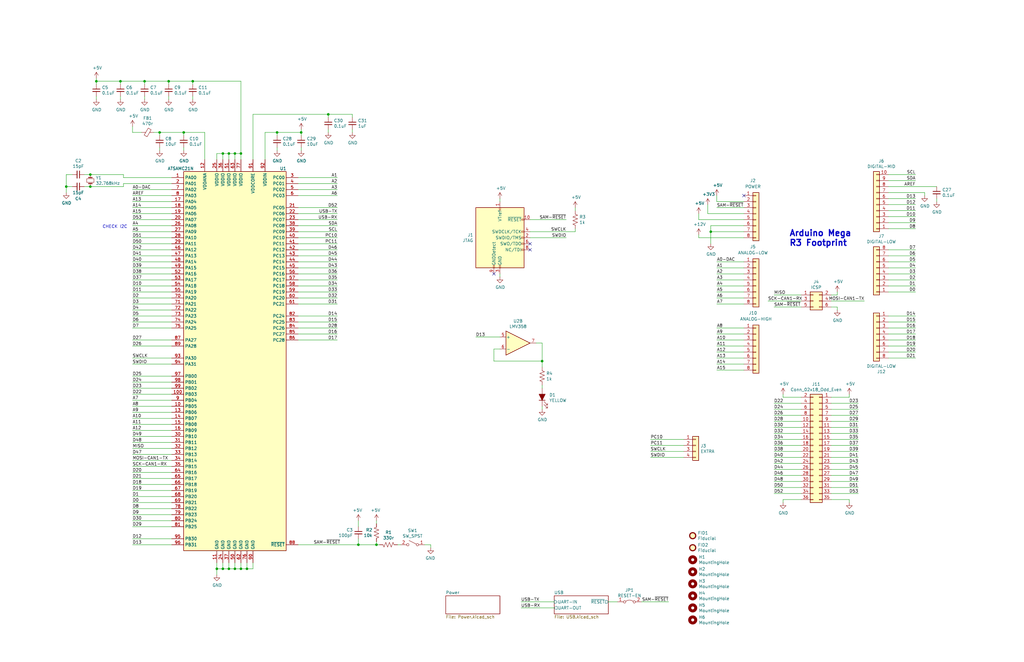
<source format=kicad_sch>
(kicad_sch (version 20210406) (generator eeschema)
  (paper "B")
  (title_block (date "2020-07-24") (rev "1.0.0") (company "FortyTwo Labs"))
  (junction (at 27.94 78.74) (diameter 0.9144))
  (junction (at 38.1 73.66) (diameter 0.9144))
  (junction (at 38.1 78.74) (diameter 0.9144))
  (junction (at 40.64 34.29) (diameter 0.9144))
  (junction (at 50.8 34.29) (diameter 0.9144))
  (junction (at 60.96 34.29) (diameter 0.9144))
  (junction (at 67.31 55.88) (diameter 0.9144))
  (junction (at 71.12 34.29) (diameter 0.9144))
  (junction (at 77.47 55.88) (diameter 0.9144))
  (junction (at 81.28 34.29) (diameter 0.9144))
  (junction (at 91.44 240.03) (diameter 0.9144))
  (junction (at 93.98 64.77) (diameter 0.9144))
  (junction (at 93.98 240.03) (diameter 0.9144))
  (junction (at 96.52 64.77) (diameter 0.9144))
  (junction (at 96.52 240.03) (diameter 0.9144))
  (junction (at 99.06 64.77) (diameter 0.9144))
  (junction (at 99.06 240.03) (diameter 0.9144))
  (junction (at 101.6 64.77) (diameter 0.9144))
  (junction (at 101.6 240.03) (diameter 0.9144))
  (junction (at 104.14 240.03) (diameter 0.9144))
  (junction (at 116.84 55.88) (diameter 0.9144))
  (junction (at 127 55.88) (diameter 0.9144))
  (junction (at 138.43 48.26) (diameter 0.9144))
  (junction (at 151.13 229.87) (diameter 0.9144))
  (junction (at 158.75 229.87) (diameter 0.9144))
  (junction (at 228.6 152.4) (diameter 0.9144))
  (junction (at 299.72 97.79) (diameter 0.9144))
  (no_connect (at 208.28 115.57))
  (no_connect (at 223.52 102.87))
  (no_connect (at 223.52 105.41))
  (no_connect (at 313.69 82.55))
  (wire (pts (xy 27.94 73.66) (xy 27.94 78.74)))
  (wire (pts (xy 27.94 78.74) (xy 27.94 81.28)))
  (wire (pts (xy 27.94 78.74) (xy 30.48 78.74)))
  (wire (pts (xy 30.48 73.66) (xy 27.94 73.66)))
  (wire (pts (xy 38.1 73.66) (xy 35.56 73.66)))
  (wire (pts (xy 38.1 73.66) (xy 52.07 73.66)))
  (wire (pts (xy 38.1 78.74) (xy 35.56 78.74)))
  (wire (pts (xy 38.1 78.74) (xy 52.07 78.74)))
  (wire (pts (xy 40.64 33.02) (xy 40.64 34.29)))
  (wire (pts (xy 40.64 34.29) (xy 40.64 35.56)))
  (wire (pts (xy 40.64 34.29) (xy 50.8 34.29)))
  (wire (pts (xy 40.64 41.91) (xy 40.64 40.64)))
  (wire (pts (xy 50.8 34.29) (xy 50.8 35.56)))
  (wire (pts (xy 50.8 41.91) (xy 50.8 40.64)))
  (wire (pts (xy 52.07 74.93) (xy 52.07 73.66)))
  (wire (pts (xy 52.07 77.47) (xy 52.07 78.74)))
  (wire (pts (xy 55.88 55.88) (xy 55.88 53.34)))
  (wire (pts (xy 59.69 55.88) (xy 55.88 55.88)))
  (wire (pts (xy 60.96 34.29) (xy 50.8 34.29)))
  (wire (pts (xy 60.96 34.29) (xy 60.96 35.56)))
  (wire (pts (xy 60.96 41.91) (xy 60.96 40.64)))
  (wire (pts (xy 64.77 55.88) (xy 67.31 55.88)))
  (wire (pts (xy 67.31 57.15) (xy 67.31 55.88)))
  (wire (pts (xy 67.31 63.5) (xy 67.31 62.23)))
  (wire (pts (xy 71.12 34.29) (xy 60.96 34.29)))
  (wire (pts (xy 71.12 34.29) (xy 81.28 34.29)))
  (wire (pts (xy 71.12 35.56) (xy 71.12 34.29)))
  (wire (pts (xy 71.12 41.91) (xy 71.12 40.64)))
  (wire (pts (xy 72.39 74.93) (xy 52.07 74.93)))
  (wire (pts (xy 72.39 77.47) (xy 52.07 77.47)))
  (wire (pts (xy 72.39 80.01) (xy 55.88 80.01)))
  (wire (pts (xy 72.39 82.55) (xy 55.88 82.55)))
  (wire (pts (xy 72.39 85.09) (xy 55.88 85.09)))
  (wire (pts (xy 72.39 87.63) (xy 55.88 87.63)))
  (wire (pts (xy 72.39 90.17) (xy 55.88 90.17)))
  (wire (pts (xy 72.39 92.71) (xy 55.88 92.71)))
  (wire (pts (xy 72.39 95.25) (xy 55.88 95.25)))
  (wire (pts (xy 72.39 97.79) (xy 55.88 97.79)))
  (wire (pts (xy 72.39 100.33) (xy 55.88 100.33)))
  (wire (pts (xy 72.39 102.87) (xy 55.88 102.87)))
  (wire (pts (xy 72.39 105.41) (xy 55.88 105.41)))
  (wire (pts (xy 72.39 107.95) (xy 55.88 107.95)))
  (wire (pts (xy 72.39 110.49) (xy 55.88 110.49)))
  (wire (pts (xy 72.39 113.03) (xy 55.88 113.03)))
  (wire (pts (xy 72.39 115.57) (xy 55.88 115.57)))
  (wire (pts (xy 72.39 118.11) (xy 55.88 118.11)))
  (wire (pts (xy 72.39 120.65) (xy 55.88 120.65)))
  (wire (pts (xy 72.39 123.19) (xy 55.88 123.19)))
  (wire (pts (xy 72.39 125.73) (xy 55.88 125.73)))
  (wire (pts (xy 72.39 128.27) (xy 55.88 128.27)))
  (wire (pts (xy 72.39 130.81) (xy 55.88 130.81)))
  (wire (pts (xy 72.39 133.35) (xy 55.88 133.35)))
  (wire (pts (xy 72.39 135.89) (xy 55.88 135.89)))
  (wire (pts (xy 72.39 138.43) (xy 55.88 138.43)))
  (wire (pts (xy 72.39 143.51) (xy 55.88 143.51)))
  (wire (pts (xy 72.39 146.05) (xy 55.88 146.05)))
  (wire (pts (xy 72.39 151.13) (xy 55.88 151.13)))
  (wire (pts (xy 72.39 153.67) (xy 55.88 153.67)))
  (wire (pts (xy 72.39 158.75) (xy 55.88 158.75)))
  (wire (pts (xy 72.39 161.29) (xy 55.88 161.29)))
  (wire (pts (xy 72.39 163.83) (xy 55.88 163.83)))
  (wire (pts (xy 72.39 166.37) (xy 55.88 166.37)))
  (wire (pts (xy 72.39 168.91) (xy 55.88 168.91)))
  (wire (pts (xy 72.39 171.45) (xy 55.88 171.45)))
  (wire (pts (xy 72.39 173.99) (xy 55.88 173.99)))
  (wire (pts (xy 72.39 176.53) (xy 55.88 176.53)))
  (wire (pts (xy 72.39 179.07) (xy 55.88 179.07)))
  (wire (pts (xy 72.39 181.61) (xy 55.88 181.61)))
  (wire (pts (xy 72.39 184.15) (xy 55.88 184.15)))
  (wire (pts (xy 72.39 186.69) (xy 55.88 186.69)))
  (wire (pts (xy 72.39 189.23) (xy 55.88 189.23)))
  (wire (pts (xy 72.39 191.77) (xy 55.88 191.77)))
  (wire (pts (xy 72.39 194.31) (xy 55.88 194.31)))
  (wire (pts (xy 72.39 196.85) (xy 55.88 196.85)))
  (wire (pts (xy 72.39 199.39) (xy 55.88 199.39)))
  (wire (pts (xy 72.39 201.93) (xy 55.88 201.93)))
  (wire (pts (xy 72.39 204.47) (xy 55.88 204.47)))
  (wire (pts (xy 72.39 207.01) (xy 55.88 207.01)))
  (wire (pts (xy 72.39 209.55) (xy 55.88 209.55)))
  (wire (pts (xy 72.39 212.09) (xy 55.88 212.09)))
  (wire (pts (xy 72.39 214.63) (xy 55.88 214.63)))
  (wire (pts (xy 72.39 217.17) (xy 55.88 217.17)))
  (wire (pts (xy 72.39 219.71) (xy 55.88 219.71)))
  (wire (pts (xy 72.39 222.25) (xy 55.88 222.25)))
  (wire (pts (xy 72.39 227.33) (xy 55.88 227.33)))
  (wire (pts (xy 72.39 229.87) (xy 55.88 229.87)))
  (wire (pts (xy 77.47 55.88) (xy 67.31 55.88)))
  (wire (pts (xy 77.47 57.15) (xy 77.47 55.88)))
  (wire (pts (xy 77.47 63.5) (xy 77.47 62.23)))
  (wire (pts (xy 81.28 34.29) (xy 101.6 34.29)))
  (wire (pts (xy 81.28 35.56) (xy 81.28 34.29)))
  (wire (pts (xy 81.28 40.64) (xy 81.28 41.91)))
  (wire (pts (xy 86.36 55.88) (xy 77.47 55.88)))
  (wire (pts (xy 86.36 67.31) (xy 86.36 55.88)))
  (wire (pts (xy 91.44 64.77) (xy 91.44 67.31)))
  (wire (pts (xy 91.44 237.49) (xy 91.44 240.03)))
  (wire (pts (xy 91.44 240.03) (xy 91.44 242.57)))
  (wire (pts (xy 91.44 240.03) (xy 93.98 240.03)))
  (wire (pts (xy 93.98 64.77) (xy 91.44 64.77)))
  (wire (pts (xy 93.98 67.31) (xy 93.98 64.77)))
  (wire (pts (xy 93.98 240.03) (xy 93.98 237.49)))
  (wire (pts (xy 93.98 240.03) (xy 96.52 240.03)))
  (wire (pts (xy 96.52 64.77) (xy 93.98 64.77)))
  (wire (pts (xy 96.52 67.31) (xy 96.52 64.77)))
  (wire (pts (xy 96.52 240.03) (xy 96.52 237.49)))
  (wire (pts (xy 96.52 240.03) (xy 99.06 240.03)))
  (wire (pts (xy 99.06 64.77) (xy 96.52 64.77)))
  (wire (pts (xy 99.06 67.31) (xy 99.06 64.77)))
  (wire (pts (xy 99.06 240.03) (xy 99.06 237.49)))
  (wire (pts (xy 99.06 240.03) (xy 101.6 240.03)))
  (wire (pts (xy 101.6 64.77) (xy 99.06 64.77)))
  (wire (pts (xy 101.6 64.77) (xy 101.6 34.29)))
  (wire (pts (xy 101.6 67.31) (xy 101.6 64.77)))
  (wire (pts (xy 101.6 240.03) (xy 101.6 237.49)))
  (wire (pts (xy 101.6 240.03) (xy 104.14 240.03)))
  (wire (pts (xy 104.14 240.03) (xy 104.14 237.49)))
  (wire (pts (xy 104.14 240.03) (xy 106.68 240.03)))
  (wire (pts (xy 106.68 48.26) (xy 138.43 48.26)))
  (wire (pts (xy 106.68 67.31) (xy 106.68 48.26)))
  (wire (pts (xy 106.68 240.03) (xy 106.68 237.49)))
  (wire (pts (xy 111.76 55.88) (xy 116.84 55.88)))
  (wire (pts (xy 111.76 67.31) (xy 111.76 55.88)))
  (wire (pts (xy 116.84 55.88) (xy 127 55.88)))
  (wire (pts (xy 116.84 57.15) (xy 116.84 55.88)))
  (wire (pts (xy 116.84 62.23) (xy 116.84 63.5)))
  (wire (pts (xy 127 54.61) (xy 127 55.88)))
  (wire (pts (xy 127 57.15) (xy 127 55.88)))
  (wire (pts (xy 127 62.23) (xy 127 63.5)))
  (wire (pts (xy 138.43 48.26) (xy 148.59 48.26)))
  (wire (pts (xy 138.43 49.53) (xy 138.43 48.26)))
  (wire (pts (xy 138.43 54.61) (xy 138.43 55.88)))
  (wire (pts (xy 142.24 74.93) (xy 125.73 74.93)))
  (wire (pts (xy 142.24 77.47) (xy 125.73 77.47)))
  (wire (pts (xy 142.24 80.01) (xy 125.73 80.01)))
  (wire (pts (xy 142.24 82.55) (xy 125.73 82.55)))
  (wire (pts (xy 142.24 87.63) (xy 125.73 87.63)))
  (wire (pts (xy 142.24 90.17) (xy 125.73 90.17)))
  (wire (pts (xy 142.24 92.71) (xy 125.73 92.71)))
  (wire (pts (xy 142.24 95.25) (xy 125.73 95.25)))
  (wire (pts (xy 142.24 97.79) (xy 125.73 97.79)))
  (wire (pts (xy 142.24 100.33) (xy 125.73 100.33)))
  (wire (pts (xy 142.24 102.87) (xy 125.73 102.87)))
  (wire (pts (xy 142.24 105.41) (xy 125.73 105.41)))
  (wire (pts (xy 142.24 107.95) (xy 125.73 107.95)))
  (wire (pts (xy 142.24 110.49) (xy 125.73 110.49)))
  (wire (pts (xy 142.24 113.03) (xy 125.73 113.03)))
  (wire (pts (xy 142.24 115.57) (xy 125.73 115.57)))
  (wire (pts (xy 142.24 118.11) (xy 125.73 118.11)))
  (wire (pts (xy 142.24 120.65) (xy 125.73 120.65)))
  (wire (pts (xy 142.24 123.19) (xy 125.73 123.19)))
  (wire (pts (xy 142.24 125.73) (xy 125.73 125.73)))
  (wire (pts (xy 142.24 128.27) (xy 125.73 128.27)))
  (wire (pts (xy 142.24 133.35) (xy 125.73 133.35)))
  (wire (pts (xy 142.24 135.89) (xy 125.73 135.89)))
  (wire (pts (xy 142.24 138.43) (xy 125.73 138.43)))
  (wire (pts (xy 142.24 140.97) (xy 125.73 140.97)))
  (wire (pts (xy 142.24 143.51) (xy 125.73 143.51)))
  (wire (pts (xy 148.59 49.53) (xy 148.59 48.26)))
  (wire (pts (xy 148.59 54.61) (xy 148.59 55.88)))
  (wire (pts (xy 151.13 222.25) (xy 151.13 219.71)))
  (wire (pts (xy 151.13 227.33) (xy 151.13 229.87)))
  (wire (pts (xy 151.13 229.87) (xy 125.73 229.87)))
  (wire (pts (xy 158.75 220.98) (xy 158.75 219.71)))
  (wire (pts (xy 158.75 228.6) (xy 158.75 229.87)))
  (wire (pts (xy 158.75 229.87) (xy 151.13 229.87)))
  (wire (pts (xy 160.02 229.87) (xy 158.75 229.87)))
  (wire (pts (xy 168.91 229.87) (xy 167.64 229.87)))
  (wire (pts (xy 179.07 229.87) (xy 181.61 229.87)))
  (wire (pts (xy 181.61 229.87) (xy 181.61 231.14)))
  (wire (pts (xy 200.66 142.24) (xy 210.82 142.24)))
  (wire (pts (xy 208.28 147.32) (xy 208.28 152.4)))
  (wire (pts (xy 208.28 152.4) (xy 228.6 152.4)))
  (wire (pts (xy 210.82 85.09) (xy 210.82 83.82)))
  (wire (pts (xy 210.82 115.57) (xy 210.82 116.84)))
  (wire (pts (xy 210.82 147.32) (xy 208.28 147.32)))
  (wire (pts (xy 219.71 256.54) (xy 233.68 256.54)))
  (wire (pts (xy 223.52 92.71) (xy 238.76 92.71)))
  (wire (pts (xy 223.52 97.79) (xy 242.57 97.79)))
  (wire (pts (xy 223.52 100.33) (xy 238.76 100.33)))
  (wire (pts (xy 228.6 144.78) (xy 226.06 144.78)))
  (wire (pts (xy 228.6 152.4) (xy 228.6 144.78)))
  (wire (pts (xy 228.6 152.4) (xy 228.6 154.94)))
  (wire (pts (xy 228.6 163.83) (xy 228.6 162.56)))
  (wire (pts (xy 228.6 172.72) (xy 228.6 171.45)))
  (wire (pts (xy 233.68 254) (xy 219.71 254)))
  (wire (pts (xy 242.57 88.9) (xy 242.57 87.63)))
  (wire (pts (xy 242.57 97.79) (xy 242.57 96.52)))
  (wire (pts (xy 260.35 254) (xy 256.54 254)))
  (wire (pts (xy 270.51 254) (xy 281.94 254)))
  (wire (pts (xy 274.32 185.42) (xy 288.29 185.42)))
  (wire (pts (xy 274.32 187.96) (xy 288.29 187.96)))
  (wire (pts (xy 274.32 190.5) (xy 288.29 190.5)))
  (wire (pts (xy 274.32 193.04) (xy 288.29 193.04)))
  (wire (pts (xy 294.64 92.71) (xy 294.64 90.17)))
  (wire (pts (xy 294.64 92.71) (xy 313.69 92.71)))
  (wire (pts (xy 294.64 100.33) (xy 294.64 99.06)))
  (wire (pts (xy 298.45 86.36) (xy 298.45 90.17)))
  (wire (pts (xy 298.45 90.17) (xy 313.69 90.17)))
  (wire (pts (xy 299.72 95.25) (xy 299.72 97.79)))
  (wire (pts (xy 299.72 97.79) (xy 299.72 102.87)))
  (wire (pts (xy 302.26 85.09) (xy 302.26 82.55)))
  (wire (pts (xy 302.26 85.09) (xy 313.69 85.09)))
  (wire (pts (xy 302.26 128.27) (xy 313.69 128.27)))
  (wire (pts (xy 302.26 156.21) (xy 313.69 156.21)))
  (wire (pts (xy 313.69 87.63) (xy 302.26 87.63)))
  (wire (pts (xy 313.69 95.25) (xy 299.72 95.25)))
  (wire (pts (xy 313.69 97.79) (xy 299.72 97.79)))
  (wire (pts (xy 313.69 100.33) (xy 294.64 100.33)))
  (wire (pts (xy 313.69 110.49) (xy 302.26 110.49)))
  (wire (pts (xy 313.69 113.03) (xy 302.26 113.03)))
  (wire (pts (xy 313.69 115.57) (xy 302.26 115.57)))
  (wire (pts (xy 313.69 118.11) (xy 302.26 118.11)))
  (wire (pts (xy 313.69 120.65) (xy 302.26 120.65)))
  (wire (pts (xy 313.69 123.19) (xy 302.26 123.19)))
  (wire (pts (xy 313.69 125.73) (xy 302.26 125.73)))
  (wire (pts (xy 313.69 138.43) (xy 302.26 138.43)))
  (wire (pts (xy 313.69 140.97) (xy 302.26 140.97)))
  (wire (pts (xy 313.69 143.51) (xy 302.26 143.51)))
  (wire (pts (xy 313.69 146.05) (xy 302.26 146.05)))
  (wire (pts (xy 313.69 148.59) (xy 302.26 148.59)))
  (wire (pts (xy 313.69 151.13) (xy 302.26 151.13)))
  (wire (pts (xy 313.69 153.67) (xy 302.26 153.67)))
  (wire (pts (xy 323.85 127) (xy 337.82 127)))
  (wire (pts (xy 326.39 124.46) (xy 337.82 124.46)))
  (wire (pts (xy 326.39 129.54) (xy 337.82 129.54)))
  (wire (pts (xy 326.39 187.96) (xy 337.82 187.96)))
  (wire (pts (xy 326.39 208.28) (xy 337.82 208.28)))
  (wire (pts (xy 330.2 167.64) (xy 330.2 166.37)))
  (wire (pts (xy 330.2 210.82) (xy 330.2 212.09)))
  (wire (pts (xy 337.82 167.64) (xy 330.2 167.64)))
  (wire (pts (xy 337.82 170.18) (xy 326.39 170.18)))
  (wire (pts (xy 337.82 172.72) (xy 326.39 172.72)))
  (wire (pts (xy 337.82 175.26) (xy 326.39 175.26)))
  (wire (pts (xy 337.82 177.8) (xy 326.39 177.8)))
  (wire (pts (xy 337.82 180.34) (xy 326.39 180.34)))
  (wire (pts (xy 337.82 182.88) (xy 326.39 182.88)))
  (wire (pts (xy 337.82 185.42) (xy 326.39 185.42)))
  (wire (pts (xy 337.82 190.5) (xy 326.39 190.5)))
  (wire (pts (xy 337.82 193.04) (xy 326.39 193.04)))
  (wire (pts (xy 337.82 195.58) (xy 326.39 195.58)))
  (wire (pts (xy 337.82 198.12) (xy 326.39 198.12)))
  (wire (pts (xy 337.82 200.66) (xy 326.39 200.66)))
  (wire (pts (xy 337.82 203.2) (xy 326.39 203.2)))
  (wire (pts (xy 337.82 205.74) (xy 326.39 205.74)))
  (wire (pts (xy 337.82 210.82) (xy 330.2 210.82)))
  (wire (pts (xy 350.52 124.46) (xy 353.06 124.46)))
  (wire (pts (xy 350.52 127) (xy 364.49 127)))
  (wire (pts (xy 350.52 129.54) (xy 353.06 129.54)))
  (wire (pts (xy 350.52 167.64) (xy 358.14 167.64)))
  (wire (pts (xy 350.52 210.82) (xy 358.14 210.82)))
  (wire (pts (xy 353.06 124.46) (xy 353.06 123.19)))
  (wire (pts (xy 353.06 129.54) (xy 353.06 130.81)))
  (wire (pts (xy 358.14 167.64) (xy 358.14 166.37)))
  (wire (pts (xy 358.14 210.82) (xy 358.14 212.09)))
  (wire (pts (xy 361.95 170.18) (xy 350.52 170.18)))
  (wire (pts (xy 361.95 172.72) (xy 350.52 172.72)))
  (wire (pts (xy 361.95 175.26) (xy 350.52 175.26)))
  (wire (pts (xy 361.95 177.8) (xy 350.52 177.8)))
  (wire (pts (xy 361.95 180.34) (xy 350.52 180.34)))
  (wire (pts (xy 361.95 182.88) (xy 350.52 182.88)))
  (wire (pts (xy 361.95 185.42) (xy 350.52 185.42)))
  (wire (pts (xy 361.95 187.96) (xy 350.52 187.96)))
  (wire (pts (xy 361.95 190.5) (xy 350.52 190.5)))
  (wire (pts (xy 361.95 193.04) (xy 350.52 193.04)))
  (wire (pts (xy 361.95 195.58) (xy 350.52 195.58)))
  (wire (pts (xy 361.95 198.12) (xy 350.52 198.12)))
  (wire (pts (xy 361.95 200.66) (xy 350.52 200.66)))
  (wire (pts (xy 361.95 203.2) (xy 350.52 203.2)))
  (wire (pts (xy 361.95 205.74) (xy 350.52 205.74)))
  (wire (pts (xy 361.95 208.28) (xy 350.52 208.28)))
  (wire (pts (xy 374.65 78.74) (xy 394.97 78.74)))
  (wire (pts (xy 374.65 81.28) (xy 389.89 81.28)))
  (wire (pts (xy 386.08 73.66) (xy 374.65 73.66)))
  (wire (pts (xy 386.08 76.2) (xy 374.65 76.2)))
  (wire (pts (xy 386.08 83.82) (xy 374.65 83.82)))
  (wire (pts (xy 386.08 86.36) (xy 374.65 86.36)))
  (wire (pts (xy 386.08 88.9) (xy 374.65 88.9)))
  (wire (pts (xy 386.08 91.44) (xy 374.65 91.44)))
  (wire (pts (xy 386.08 93.98) (xy 374.65 93.98)))
  (wire (pts (xy 386.08 96.52) (xy 374.65 96.52)))
  (wire (pts (xy 386.08 105.41) (xy 374.65 105.41)))
  (wire (pts (xy 386.08 107.95) (xy 374.65 107.95)))
  (wire (pts (xy 386.08 110.49) (xy 374.65 110.49)))
  (wire (pts (xy 386.08 113.03) (xy 374.65 113.03)))
  (wire (pts (xy 386.08 115.57) (xy 374.65 115.57)))
  (wire (pts (xy 386.08 118.11) (xy 374.65 118.11)))
  (wire (pts (xy 386.08 120.65) (xy 374.65 120.65)))
  (wire (pts (xy 386.08 123.19) (xy 374.65 123.19)))
  (wire (pts (xy 386.08 133.35) (xy 374.65 133.35)))
  (wire (pts (xy 386.08 135.89) (xy 374.65 135.89)))
  (wire (pts (xy 386.08 138.43) (xy 374.65 138.43)))
  (wire (pts (xy 386.08 140.97) (xy 374.65 140.97)))
  (wire (pts (xy 386.08 143.51) (xy 374.65 143.51)))
  (wire (pts (xy 386.08 146.05) (xy 374.65 146.05)))
  (wire (pts (xy 386.08 148.59) (xy 374.65 148.59)))
  (wire (pts (xy 386.08 151.13) (xy 374.65 151.13)))
  (wire (pts (xy 389.89 81.28) (xy 389.89 82.55)))
  (wire (pts (xy 394.97 83.82) (xy 394.97 85.09)))
  (text "CHECK I2C" (at 43.18 96.52 0) (effects (font (size 1.27 1.27)) (justify left bottom)))
  (text "Arduino Mega \nR3 Footprint" (at 332.74 104.14 0) (effects (font (size 2.54 2.54) (thickness 0.508) bold) (justify left bottom)))
  (label "A0-DAC" (at 55.88 80.01 0))
  (label "AREF" (at 55.88 82.55 0))
  (label "A13" (at 55.88 85.09 0))
  (label "A14" (at 55.88 87.63 0))
  (label "A15" (at 55.88 90.17 0))
  (label "D53" (at 55.88 92.71 0))
  (label "A4" (at 55.88 95.25 0))
  (label "A5" (at 55.88 97.79 0))
  (label "D51" (at 55.88 100.33 0))
  (label "D50" (at 55.88 102.87 0))
  (label "D42" (at 55.88 105.41 0))
  (label "D41" (at 55.88 107.95 0))
  (label "D40" (at 55.88 110.49 0))
  (label "D39" (at 55.88 113.03 0))
  (label "D38" (at 55.88 115.57 0))
  (label "D37" (at 55.88 118.11 0))
  (label "D10" (at 55.88 120.65 0))
  (label "D11" (at 55.88 123.19 0))
  (label "D2" (at 55.88 125.73 0))
  (label "D3" (at 55.88 128.27 0))
  (label "D4" (at 55.88 130.81 0))
  (label "D5" (at 55.88 133.35 0))
  (label "D6" (at 55.88 135.89 0))
  (label "D7" (at 55.88 138.43 0))
  (label "D27" (at 55.88 143.51 0))
  (label "D26" (at 55.88 146.05 0))
  (label "SWCLK" (at 55.88 151.13 0))
  (label "SWDIO" (at 55.88 153.67 0))
  (label "D25" (at 55.88 158.75 0))
  (label "D24" (at 55.88 161.29 0))
  (label "D23" (at 55.88 163.83 0))
  (label "D22" (at 55.88 166.37 0))
  (label "A7" (at 55.88 168.91 0))
  (label "A8" (at 55.88 171.45 0))
  (label "A9" (at 55.88 173.99 0))
  (label "A10" (at 55.88 176.53 0))
  (label "A11" (at 55.88 179.07 0))
  (label "A12" (at 55.88 181.61 0))
  (label "D49" (at 55.88 184.15 0))
  (label "D48" (at 55.88 186.69 0))
  (label "MISO" (at 55.88 189.23 0))
  (label "D47" (at 55.88 191.77 0))
  (label "MOSI-CAN1-TX" (at 55.88 194.31 0))
  (label "SCK-CAN1-RX" (at 55.88 196.85 0))
  (label "D20" (at 55.88 199.39 0))
  (label "D21" (at 55.88 201.93 0))
  (label "D18" (at 55.88 204.47 0))
  (label "D19" (at 55.88 207.01 0))
  (label "D1" (at 55.88 209.55 0))
  (label "D0" (at 55.88 212.09 0))
  (label "D8" (at 55.88 214.63 0))
  (label "D9" (at 55.88 217.17 0))
  (label "D30" (at 55.88 219.71 0))
  (label "D29" (at 55.88 222.25 0))
  (label "D12" (at 55.88 227.33 0))
  (label "D13" (at 55.88 229.87 0))
  (label "A1" (at 142.24 74.93 180))
  (label "A2" (at 142.24 77.47 180))
  (label "A3" (at 142.24 80.01 180))
  (label "A6" (at 142.24 82.55 180))
  (label "D52" (at 142.24 87.63 180))
  (label "USB-TX" (at 142.24 90.17 180))
  (label "USB-RX" (at 142.24 92.71 180))
  (label "SDA" (at 142.24 95.25 180))
  (label "SCL" (at 142.24 97.79 180))
  (label "PC10" (at 142.24 100.33 180))
  (label "PC11" (at 142.24 102.87 180))
  (label "D46" (at 142.24 105.41 180))
  (label "D45" (at 142.24 107.95 180))
  (label "D44" (at 142.24 110.49 180))
  (label "D43" (at 142.24 113.03 180))
  (label "D36" (at 142.24 115.57 180))
  (label "D35" (at 142.24 118.11 180))
  (label "D34" (at 142.24 120.65 180))
  (label "D33" (at 142.24 123.19 180))
  (label "D32" (at 142.24 125.73 180))
  (label "D31" (at 142.24 128.27 180))
  (label "D14" (at 142.24 133.35 180))
  (label "D15" (at 142.24 135.89 180))
  (label "D28" (at 142.24 138.43 180))
  (label "D16" (at 142.24 140.97 180))
  (label "D17" (at 142.24 143.51 180))
  (label "SAM-~RESET~" (at 143.51 229.87 180))
  (label "D13" (at 200.66 142.24 0))
  (label "USB-TX" (at 219.71 254 0))
  (label "USB-RX" (at 219.71 256.54 0))
  (label "SAM-~RESET~" (at 238.76 92.71 180))
  (label "SWCLK" (at 238.76 97.79 180))
  (label "SWDIO" (at 238.76 100.33 180))
  (label "PC10" (at 274.32 185.42 0))
  (label "PC11" (at 274.32 187.96 0))
  (label "SWCLK" (at 274.32 190.5 0))
  (label "SWDIO" (at 274.32 193.04 0))
  (label "SAM-~RESET~" (at 281.94 254 180))
  (label "SAM-~RESET~" (at 302.26 87.63 0))
  (label "A0-DAC" (at 302.26 110.49 0))
  (label "A1" (at 302.26 113.03 0))
  (label "A2" (at 302.26 115.57 0))
  (label "A3" (at 302.26 118.11 0))
  (label "A4" (at 302.26 120.65 0))
  (label "A5" (at 302.26 123.19 0))
  (label "A6" (at 302.26 125.73 0))
  (label "A7" (at 302.26 128.27 0))
  (label "A8" (at 302.26 138.43 0))
  (label "A9" (at 302.26 140.97 0))
  (label "A10" (at 302.26 143.51 0))
  (label "A11" (at 302.26 146.05 0))
  (label "A12" (at 302.26 148.59 0))
  (label "A13" (at 302.26 151.13 0))
  (label "A14" (at 302.26 153.67 0))
  (label "A15" (at 302.26 156.21 0))
  (label "SCK-CAN1-RX" (at 323.85 127 0))
  (label "MISO" (at 326.39 124.46 0))
  (label "SAM-~RESET~" (at 326.39 129.54 0))
  (label "D22" (at 326.39 170.18 0))
  (label "D24" (at 326.39 172.72 0))
  (label "D26" (at 326.39 175.26 0))
  (label "D28" (at 326.39 177.8 0))
  (label "D30" (at 326.39 180.34 0))
  (label "D32" (at 326.39 182.88 0))
  (label "D34" (at 326.39 185.42 0))
  (label "D36" (at 326.39 187.96 0))
  (label "D38" (at 326.39 190.5 0))
  (label "D40" (at 326.39 193.04 0))
  (label "D42" (at 326.39 195.58 0))
  (label "D44" (at 326.39 198.12 0))
  (label "D46" (at 326.39 200.66 0))
  (label "D48" (at 326.39 203.2 0))
  (label "D50" (at 326.39 205.74 0))
  (label "D52" (at 326.39 208.28 0))
  (label "D23" (at 361.95 170.18 180))
  (label "D25" (at 361.95 172.72 180))
  (label "D27" (at 361.95 175.26 180))
  (label "D29" (at 361.95 177.8 180))
  (label "D31" (at 361.95 180.34 180))
  (label "D33" (at 361.95 182.88 180))
  (label "D35" (at 361.95 185.42 180))
  (label "D37" (at 361.95 187.96 180))
  (label "D39" (at 361.95 190.5 180))
  (label "D41" (at 361.95 193.04 180))
  (label "D43" (at 361.95 195.58 180))
  (label "D45" (at 361.95 198.12 180))
  (label "D47" (at 361.95 200.66 180))
  (label "D49" (at 361.95 203.2 180))
  (label "D51" (at 361.95 205.74 180))
  (label "D53" (at 361.95 208.28 180))
  (label "MOSI-CAN1-TX" (at 364.49 127 180))
  (label "SCL" (at 386.08 73.66 180))
  (label "SDA" (at 386.08 76.2 180))
  (label "AREF" (at 386.08 78.74 180))
  (label "D13" (at 386.08 83.82 180))
  (label "D12" (at 386.08 86.36 180))
  (label "D11" (at 386.08 88.9 180))
  (label "D10" (at 386.08 91.44 180))
  (label "D9" (at 386.08 93.98 180))
  (label "D8" (at 386.08 96.52 180))
  (label "D7" (at 386.08 105.41 180))
  (label "D6" (at 386.08 107.95 180))
  (label "D5" (at 386.08 110.49 180))
  (label "D4" (at 386.08 113.03 180))
  (label "D3" (at 386.08 115.57 180))
  (label "D2" (at 386.08 118.11 180))
  (label "D1" (at 386.08 120.65 180))
  (label "D0" (at 386.08 123.19 180))
  (label "D14" (at 386.08 133.35 180))
  (label "D15" (at 386.08 135.89 180))
  (label "D16" (at 386.08 138.43 180))
  (label "D17" (at 386.08 140.97 180))
  (label "D18" (at 386.08 143.51 180))
  (label "D19" (at 386.08 146.05 180))
  (label "D20" (at 386.08 148.59 180))
  (label "D21" (at 386.08 151.13 180))
  (symbol (lib_id "power:+5V") (at 40.64 33.02 0) (unit 1)
    (property "Reference" "#PWR?" (effects hide))
    (property "Value" "+5V" (at 41.021 28.6258 0))
  )
  (symbol (lib_id "power:+5V") (at 55.88 53.34 0) (unit 1)
    (property "Reference" "#PWR012" (effects hide))
    (property "Value" "+5V" (at 56.261 48.9458 0))
  )
  (symbol (lib_id "power:+5V") (at 127 54.61 0) (unit 1)
    (property "Reference" "#PWR029" (effects hide))
    (property "Value" "+5V" (at 127.381 50.2158 0))
  )
  (symbol (lib_id "power:+5V") (at 151.13 219.71 0) (mirror y) (unit 1)
    (property "Reference" "#PWR06" (effects hide))
    (property "Value" "+5V" (at 150.749 215.3158 0))
  )
  (symbol (lib_id "power:+5V") (at 158.75 219.71 0) (mirror y) (unit 1)
    (property "Reference" "#PWR05" (effects hide))
    (property "Value" "+5V" (at 158.369 215.3158 0))
  )
  (symbol (lib_id "power:+5V") (at 210.82 83.82 0) (unit 1)
    (property "Reference" "#PWR03" (effects hide))
    (property "Value" "+5V" (at 211.201 79.4258 0))
  )
  (symbol (lib_id "power:+5V") (at 242.57 87.63 0) (unit 1)
    (property "Reference" "#PWR010" (effects hide))
    (property "Value" "+5V" (at 242.951 83.2358 0))
  )
  (symbol (lib_id "power:+5V") (at 294.64 90.17 0) (unit 1)
    (property "Reference" "#PWR021" (effects hide))
    (property "Value" "+5V" (at 295.021 85.7758 0))
  )
  (symbol (lib_id "power:+12V") (at 294.64 99.06 0) (unit 1)
    (property "Reference" "#PWR022" (effects hide))
    (property "Value" "+12V" (at 295.021 94.6658 0))
  )
  (symbol (lib_id "power:+3.3V") (at 298.45 86.36 0) (unit 1)
    (property "Reference" "#PWR023" (effects hide))
    (property "Value" "+3.3V" (at 298.831 81.9658 0))
  )
  (symbol (lib_id "power:+5V") (at 302.26 82.55 0) (unit 1)
    (property "Reference" "#PWR025" (effects hide))
    (property "Value" "+5V" (at 302.641 78.1558 0))
  )
  (symbol (lib_id "power:+5V") (at 330.2 166.37 0) (unit 1)
    (property "Reference" "#PWR061" (effects hide))
    (property "Value" "+5V" (at 330.581 161.9758 0))
  )
  (symbol (lib_id "power:+5V") (at 353.06 123.19 0) (unit 1)
    (property "Reference" "#PWR026" (effects hide))
    (property "Value" "+5V" (at 353.441 118.7958 0))
  )
  (symbol (lib_id "power:+5V") (at 358.14 166.37 0) (unit 1)
    (property "Reference" "#PWR063" (effects hide))
    (property "Value" "+5V" (at 358.521 161.9758 0))
  )
  (symbol (lib_id "power:GND") (at 27.94 81.28 0) (unit 1)
    (property "Reference" "#PWR02" (effects hide))
    (property "Value" "GND" (at 28.067 85.6742 0))
  )
  (symbol (lib_id "power:GND") (at 40.64 41.91 0) (unit 1)
    (property "Reference" "#PWR09" (effects hide))
    (property "Value" "GND" (at 40.767 46.3042 0))
  )
  (symbol (lib_id "power:GND") (at 50.8 41.91 0) (unit 1)
    (property "Reference" "#PWR011" (effects hide))
    (property "Value" "GND" (at 50.927 46.3042 0))
  )
  (symbol (lib_id "power:GND") (at 60.96 41.91 0) (unit 1)
    (property "Reference" "#PWR013" (effects hide))
    (property "Value" "GND" (at 61.087 46.3042 0))
  )
  (symbol (lib_id "power:GND") (at 67.31 63.5 0) (unit 1)
    (property "Reference" "#PWR014" (effects hide))
    (property "Value" "GND" (at 67.437 67.8942 0))
  )
  (symbol (lib_id "power:GND") (at 71.12 41.91 0) (unit 1)
    (property "Reference" "#PWR015" (effects hide))
    (property "Value" "GND" (at 71.247 46.3042 0))
  )
  (symbol (lib_id "power:GND") (at 77.47 63.5 0) (unit 1)
    (property "Reference" "#PWR016" (effects hide))
    (property "Value" "GND" (at 77.597 67.8942 0))
  )
  (symbol (lib_id "power:GND") (at 81.28 41.91 0) (unit 1)
    (property "Reference" "#PWR017" (effects hide))
    (property "Value" "GND" (at 81.407 46.3042 0))
  )
  (symbol (lib_id "power:GND") (at 91.44 242.57 0) (unit 1)
    (property "Reference" "#PWR019" (effects hide))
    (property "Value" "GND" (at 91.567 246.9642 0))
  )
  (symbol (lib_id "power:GND") (at 116.84 63.5 0) (unit 1)
    (property "Reference" "#PWR020" (effects hide))
    (property "Value" "GND" (at 116.967 67.8942 0))
  )
  (symbol (lib_id "power:GND") (at 127 63.5 0) (unit 1)
    (property "Reference" "#PWR030" (effects hide))
    (property "Value" "GND" (at 127.127 67.8942 0))
  )
  (symbol (lib_id "power:GND") (at 138.43 55.88 0) (unit 1)
    (property "Reference" "#PWR059" (effects hide))
    (property "Value" "GND" (at 138.557 60.2742 0))
  )
  (symbol (lib_id "power:GND") (at 148.59 55.88 0) (unit 1)
    (property "Reference" "#PWR060" (effects hide))
    (property "Value" "GND" (at 148.717 60.2742 0))
  )
  (symbol (lib_id "power:GND") (at 181.61 231.14 0) (mirror y) (unit 1)
    (property "Reference" "#PWR01" (effects hide))
    (property "Value" "GND" (at 181.483 235.5342 0))
  )
  (symbol (lib_id "power:GND") (at 210.82 116.84 0) (unit 1)
    (property "Reference" "#PWR04" (effects hide))
    (property "Value" "GND" (at 210.947 121.2342 0))
  )
  (symbol (lib_id "power:GND") (at 228.6 172.72 0) (unit 1)
    (property "Reference" "#PWR028" (effects hide))
    (property "Value" "GND" (at 228.727 177.1142 0))
  )
  (symbol (lib_id "power:GND") (at 299.72 102.87 0) (unit 1)
    (property "Reference" "#PWR024" (effects hide))
    (property "Value" "GND" (at 299.847 107.2642 0))
  )
  (symbol (lib_id "power:GND") (at 330.2 212.09 0) (unit 1)
    (property "Reference" "#PWR062" (effects hide))
    (property "Value" "GND" (at 330.327 216.4842 0))
  )
  (symbol (lib_id "power:GND") (at 353.06 130.81 0) (unit 1)
    (property "Reference" "#PWR027" (effects hide))
    (property "Value" "GND" (at 353.187 135.2042 0))
  )
  (symbol (lib_id "power:GND") (at 358.14 212.09 0) (unit 1)
    (property "Reference" "#PWR064" (effects hide))
    (property "Value" "GND" (at 358.267 216.4842 0))
  )
  (symbol (lib_id "power:GND") (at 389.89 82.55 0) (unit 1)
    (property "Reference" "#PWR031" (effects hide))
    (property "Value" "GND" (at 390.017 86.9442 0))
  )
  (symbol (lib_id "power:GND") (at 394.97 85.09 0) (unit 1)
    (property "Reference" "#PWR058" (effects hide))
    (property "Value" "GND" (at 395.097 89.4842 0))
  )
  (symbol (lib_id "Mechanical:Fiducial") (at 292.1 226.06 0) (unit 1)
    (property "Reference" "FID1" (at 294.259 224.8916 0) (effects (justify left)))
    (property "Value" "Fiducial" (at 294.259 227.203 0) (effects (justify left)))
    (property "Footprint" "Fiducial:Fiducial_0.75mm_Mask1.5mm" (effects hide))
  )
  (symbol (lib_id "Mechanical:Fiducial") (at 292.1 231.14 0) (unit 1)
    (property "Reference" "FID2" (at 294.259 229.9716 0) (effects (justify left)))
    (property "Value" "Fiducial" (at 294.259 232.283 0) (effects (justify left)))
    (property "Footprint" "Fiducial:Fiducial_0.75mm_Mask1.5mm" (effects hide))
  )
  (symbol (lib_id "Jumper:Jumper_2_Bridged") (at 265.43 254 0) (unit 1)
    (property "Reference" "JP1" (at 265.43 249.047 0))
    (property "Value" "RESET-EN" (at 265.43 251.3584 0))
    (property "Footprint" "Jumper:SolderJumper-2_P1.3mm_Bridged_RoundedPad1.0x1.5mm" (effects hide))
  )
  (symbol (lib_id "Mechanical:MountingHole") (at 292.1 236.22 0) (unit 1)
    (property "Reference" "H1" (at 294.64 235.0516 0) (effects (justify left)))
    (property "Value" "MountingHole" (at 294.64 237.363 0) (effects (justify left)))
    (property "Footprint" "MountingHole:MountingHole_3.2mm_M3" (effects hide))
  )
  (symbol (lib_id "Mechanical:MountingHole") (at 292.1 241.3 0) (unit 1)
    (property "Reference" "H2" (at 294.64 240.1316 0) (effects (justify left)))
    (property "Value" "MountingHole" (at 294.64 242.443 0) (effects (justify left)))
    (property "Footprint" "MountingHole:MountingHole_3.2mm_M3" (effects hide))
  )
  (symbol (lib_id "Mechanical:MountingHole") (at 292.1 246.38 0) (unit 1)
    (property "Reference" "H3" (at 294.64 245.2116 0) (effects (justify left)))
    (property "Value" "MountingHole" (at 294.64 247.523 0) (effects (justify left)))
    (property "Footprint" "MountingHole:MountingHole_3.2mm_M3" (effects hide))
  )
  (symbol (lib_id "Mechanical:MountingHole") (at 292.1 251.46 0) (unit 1)
    (property "Reference" "H4" (at 294.64 250.2916 0) (effects (justify left)))
    (property "Value" "MountingHole" (at 294.64 252.603 0) (effects (justify left)))
    (property "Footprint" "MountingHole:MountingHole_3.2mm_M3" (effects hide))
  )
  (symbol (lib_id "Mechanical:MountingHole") (at 292.1 256.54 0) (unit 1)
    (property "Reference" "H5" (at 294.64 255.3716 0) (effects (justify left)))
    (property "Value" "MountingHole" (at 294.64 257.683 0) (effects (justify left)))
    (property "Footprint" "MountingHole:MountingHole_3.2mm_M3" (effects hide))
  )
  (symbol (lib_id "Mechanical:MountingHole") (at 292.1 261.62 0) (unit 1)
    (property "Reference" "H6" (at 294.64 260.4516 0) (effects (justify left)))
    (property "Value" "MountingHole" (at 294.64 262.763 0) (effects (justify left)))
    (property "Footprint" "MountingHole:MountingHole_3.2mm_M3" (effects hide))
  )
  (symbol (lib_id "Device:R_US") (at 158.75 224.79 0) (mirror x) (unit 1)
    (property "Reference" "R2" (at 157.0228 223.6216 0) (effects (justify right)))
    (property "Value" "10k" (at 157.0228 225.933 0) (effects (justify right)))
    (property "Footprint" "Resistor_SMD:R_0603_1608Metric" (effects hide))
  )
  (symbol (lib_id "Device:R_US") (at 163.83 229.87 90) (mirror x) (unit 1)
    (property "Reference" "R1" (at 163.83 224.663 90))
    (property "Value" "330r" (at 163.83 226.9744 90))
    (property "Footprint" "Resistor_SMD:R_0603_1608Metric" (effects hide))
  )
  (symbol (lib_id "Device:R_US") (at 228.6 158.75 0) (unit 1)
    (property "Reference" "R4" (at 230.3272 157.5816 0) (effects (justify left)))
    (property "Value" "1k" (at 230.3272 159.893 0) (effects (justify left)))
    (property "Footprint" "Resistor_SMD:R_0603_1608Metric" (effects hide))
  )
  (symbol (lib_id "Device:R_US") (at 242.57 92.71 0) (unit 1)
    (property "Reference" "R3" (at 244.2972 91.5416 0) (effects (justify left)))
    (property "Value" "1k" (at 244.2972 93.853 0) (effects (justify left)))
    (property "Footprint" "Resistor_SMD:R_0603_1608Metric" (effects hide))
  )
  (symbol (lib_id "Device:Crystal_Small") (at 38.1 76.2 270) (unit 1)
    (property "Reference" "Y1" (at 40.3352 75.0316 90) (effects (justify left)))
    (property "Value" "32.768kHz" (at 40.3352 77.343 90) (effects (justify left)))
    (property "Footprint" "Crystal:Crystal_SMD_MicroCrystal_CC7V-T1A-2Pin_3.2x1.5mm" (effects hide))
  )
  (symbol (lib_id "Device:C_Small") (at 33.02 73.66 270) (unit 1)
    (property "Reference" "C2" (at 33.02 67.8434 90))
    (property "Value" "15pF" (at 33.02 70.1548 90))
    (property "Footprint" "Capacitor_SMD:C_0603_1608Metric" (effects hide))
  )
  (symbol (lib_id "Device:C_Small") (at 33.02 78.74 270) (unit 1)
    (property "Reference" "C4" (at 33.02 83.82 90))
    (property "Value" "15pF" (at 33.02 81.28 90))
    (property "Footprint" "Capacitor_SMD:C_0603_1608Metric" (effects hide))
  )
  (symbol (lib_id "Device:C_Small") (at 40.64 38.1 0) (unit 1)
    (property "Reference" "C5" (at 42.9768 36.9316 0) (effects (justify left)))
    (property "Value" "0.1uF" (at 42.9768 39.243 0) (effects (justify left)))
    (property "Footprint" "Capacitor_SMD:C_0603_1608Metric" (effects hide))
  )
  (symbol (lib_id "Device:C_Small") (at 50.8 38.1 0) (unit 1)
    (property "Reference" "C6" (at 53.1368 36.9316 0) (effects (justify left)))
    (property "Value" "0.1uF" (at 53.1368 39.243 0) (effects (justify left)))
    (property "Footprint" "Capacitor_SMD:C_0603_1608Metric" (effects hide))
  )
  (symbol (lib_id "Device:C_Small") (at 60.96 38.1 0) (unit 1)
    (property "Reference" "C7" (at 63.2968 36.9316 0) (effects (justify left)))
    (property "Value" "0.1uF" (at 63.2968 39.243 0) (effects (justify left)))
    (property "Footprint" "Capacitor_SMD:C_0603_1608Metric" (effects hide))
  )
  (symbol (lib_id "Device:C_Small") (at 67.31 59.69 0) (unit 1)
    (property "Reference" "C8" (at 69.6468 58.5216 0) (effects (justify left)))
    (property "Value" "10uF" (at 69.6468 60.833 0) (effects (justify left)))
    (property "Footprint" "Capacitor_SMD:C_0805_2012Metric" (effects hide))
  )
  (symbol (lib_id "Device:C_Small") (at 71.12 38.1 0) (unit 1)
    (property "Reference" "C9" (at 73.4568 36.9316 0) (effects (justify left)))
    (property "Value" "0.1uF" (at 73.4568 39.243 0) (effects (justify left)))
    (property "Footprint" "Capacitor_SMD:C_0603_1608Metric" (effects hide))
  )
  (symbol (lib_id "Device:C_Small") (at 77.47 59.69 0) (unit 1)
    (property "Reference" "C10" (at 79.8068 58.5216 0) (effects (justify left)))
    (property "Value" "0.1uF" (at 79.8068 60.833 0) (effects (justify left)))
    (property "Footprint" "Capacitor_SMD:C_0603_1608Metric" (effects hide))
  )
  (symbol (lib_id "Device:C_Small") (at 81.28 38.1 0) (unit 1)
    (property "Reference" "C11" (at 83.6168 36.9316 0) (effects (justify left)))
    (property "Value" "0.1uF" (at 83.6168 39.243 0) (effects (justify left)))
    (property "Footprint" "Capacitor_SMD:C_0603_1608Metric" (effects hide))
  )
  (symbol (lib_id "Device:C_Small") (at 116.84 59.69 0) (unit 1)
    (property "Reference" "C28" (at 119.1768 58.5216 0) (effects (justify left)))
    (property "Value" "0.1uF" (at 119.1768 60.833 0) (effects (justify left)))
    (property "Footprint" "Capacitor_SMD:C_0603_1608Metric" (effects hide))
  )
  (symbol (lib_id "Device:C_Small") (at 127 59.69 0) (unit 1)
    (property "Reference" "C29" (at 129.3368 58.5216 0) (effects (justify left)))
    (property "Value" "10uF" (at 129.3368 60.833 0) (effects (justify left)))
    (property "Footprint" "Capacitor_SMD:C_0805_2012Metric" (effects hide))
  )
  (symbol (lib_id "Device:C_Small") (at 138.43 52.07 0) (unit 1)
    (property "Reference" "C30" (at 140.7668 50.9016 0) (effects (justify left)))
    (property "Value" "0.1uF" (at 140.7668 53.213 0) (effects (justify left)))
    (property "Footprint" "Capacitor_SMD:C_0603_1608Metric" (effects hide))
  )
  (symbol (lib_id "Device:C_Small") (at 148.59 52.07 0) (unit 1)
    (property "Reference" "C31" (at 150.9268 50.9016 0) (effects (justify left)))
    (property "Value" "1uF" (at 150.9268 53.213 0) (effects (justify left)))
    (property "Footprint" "Capacitor_SMD:C_0805_2012Metric" (effects hide))
  )
  (symbol (lib_id "Device:C_Small") (at 151.13 224.79 0) (mirror y) (unit 1)
    (property "Reference" "C3" (at 148.7932 223.6216 0) (effects (justify left)))
    (property "Value" "100pF" (at 148.7932 225.933 0) (effects (justify left)))
    (property "Footprint" "Capacitor_SMD:C_0603_1608Metric" (effects hide))
  )
  (symbol (lib_id "Device:C_Small") (at 394.97 81.28 0) (unit 1)
    (property "Reference" "C27" (at 397.3068 80.1116 0) (effects (justify left)))
    (property "Value" "0.1uF" (at 397.3068 82.423 0) (effects (justify left)))
    (property "Footprint" "Capacitor_SMD:C_0603_1608Metric" (effects hide))
  )
  (symbol (lib_id "Mega-rescue:Ferrite_Bead_Small-Device") (at 62.23 55.88 270) (unit 1)
    (property "Reference" "FB1" (at 62.23 49.8602 90))
    (property "Value" "470r" (at 62.23 52.1716 90))
    (property "Footprint" "Resistor_SMD:R_0603_1608Metric" (effects hide))
  )
  (symbol (lib_id "Switch:SW_SPST") (at 173.99 229.87 0) (mirror y) (unit 1)
    (property "Reference" "SW1" (at 173.99 223.901 0))
    (property "Value" "SW_SPST" (at 173.99 226.2124 0))
    (property "Footprint" "FortyTwoLabs:Button-CK-PTS525" (effects hide))
  )
  (symbol (lib_id "Mega-rescue:LED_ALT-Device") (at 228.6 167.64 90) (unit 1)
    (property "Reference" "D1" (at 231.5972 166.6494 90) (effects (justify right)))
    (property "Value" "YELLOW" (at 231.5972 168.9608 90) (effects (justify right)))
    (property "Footprint" "LED_SMD:LED_0603_1608Metric" (effects hide))
  )
  (symbol (lib_id "Connector_Generic:Conn_01x04") (at 293.37 187.96 0) (unit 1)
    (property "Reference" "J3" (at 295.402 188.1632 0) (effects (justify left)))
    (property "Value" "EXTRA" (at 295.402 190.4746 0) (effects (justify left)))
    (property "Footprint" "Connector_PinHeader_2.54mm:PinHeader_1x04_P2.54mm_Vertical" (effects hide))
  )
  (symbol (lib_id "Connector_Generic:Conn_02x03_Odd_Even") (at 342.9 127 0) (unit 1)
    (property "Reference" "J4" (at 344.17 118.9482 0))
    (property "Value" "ICSP" (at 344.17 121.2596 0))
    (property "Footprint" "Connector_PinHeader_2.54mm:PinHeader_2x03_P2.54mm_Vertical" (effects hide))
  )
  (symbol (lib_id "Connector_Generic:Conn_01x08") (at 318.77 90.17 0) (unit 1)
    (property "Reference" "J2" (at 317.5 76.2 0))
    (property "Value" "POWER" (at 317.5 78.74 0))
    (property "Footprint" "Connector_PinSocket_2.54mm:PinSocket_1x08_P2.54mm_Vertical" (effects hide))
  )
  (symbol (lib_id "Connector_Generic:Conn_01x08") (at 318.77 118.11 0) (unit 1)
    (property "Reference" "J5" (at 317.5 104.14 0))
    (property "Value" "ANALOG-LOW" (at 317.5 106.68 0))
    (property "Footprint" "Connector_PinSocket_2.54mm:PinSocket_1x08_P2.54mm_Vertical" (effects hide))
  )
  (symbol (lib_id "Connector_Generic:Conn_01x08") (at 318.77 146.05 0) (unit 1)
    (property "Reference" "J10" (at 317.5 132.08 0))
    (property "Value" "ANALOG-HIGH" (at 318.77 134.62 0))
    (property "Footprint" "Connector_PinSocket_2.54mm:PinSocket_1x08_P2.54mm_Vertical" (effects hide))
  )
  (symbol (lib_id "Connector_Generic:Conn_01x08") (at 369.57 115.57 180) (unit 1)
    (property "Reference" "J7" (at 371.6528 99.695 0))
    (property "Value" "DIGITAL-LOW" (at 371.6528 102.0064 0))
    (property "Footprint" "Connector_PinSocket_2.54mm:PinSocket_1x08_P2.54mm_Vertical" (effects hide))
  )
  (symbol (lib_id "Connector_Generic:Conn_01x08") (at 369.57 140.97 0) (mirror y) (unit 1)
    (property "Reference" "J12" (at 371.6528 156.845 0))
    (property "Value" "DIGITAL-LOW" (at 371.6528 154.5336 0))
    (property "Footprint" "Connector_PinSocket_2.54mm:PinSocket_1x08_P2.54mm_Vertical" (effects hide))
  )
  (symbol (lib_id "Amplifier_Operational:LMV358") (at 218.44 144.78 0)
    (property "Reference" "U2" (at 218.44 135.4582 0))
    (property "Value" "LMV358" (at 218.44 137.7696 0))
    (property "Footprint" "Package_SO:VSSOP-8_3.0x3.0mm_P0.65mm" (effects hide))
    (property "Datasheet" "http://www.ti.com/lit/ds/symlink/lmv324.pdf" (effects hide))
  )
  (symbol (lib_id "Connector_Generic:Conn_01x10") (at 369.57 86.36 180) (unit 1)
    (property "Reference" "J6" (at 371.6528 67.945 0))
    (property "Value" "DIGITAL-MID" (at 371.6528 70.2564 0))
    (property "Footprint" "Connector_PinSocket_2.54mm:PinSocket_1x10_P2.54mm_Vertical" (effects hide))
  )
  (symbol (lib_id "Connector_Generic:Conn_02x18_Odd_Even") (at 345.44 187.96 0) (mirror y) (unit 1)
    (property "Reference" "J11" (at 344.17 162.1282 0))
    (property "Value" "Conn_02x18_Odd_Even" (at 344.17 164.4396 0))
    (property "Footprint" "Connector_PinSocket_2.54mm:PinSocket_2x18_P2.54mm_Vertical" (effects hide))
  )
  (symbol (lib_id "Connector:Conn_ARM_JTAG_SWD_10") (at 210.82 100.33 0) (unit 1)
    (property "Reference" "J1" (at 199.5678 99.1616 0) (effects (justify right)))
    (property "Value" "JTAG" (at 199.5678 101.473 0) (effects (justify right)))
    (property "Footprint" "Connector_PinHeader_1.27mm:PinHeader_2x05_P1.27mm_Vertical" (effects hide))
    (property "Datasheet" "http://infocenter.arm.com/help/topic/com.arm.doc.ddi0314h/DDI0314H_coresight_components_trm.pdf" (effects hide))
  )
  (symbol (lib_id "FortyTwoLabs:ATSAMC21N") (at 99.06 114.3 0) (unit 1)
    (property "Reference" "U1" (at 119.38 71.12 0))
    (property "Value" "ATSAMC21N" (at 76.2 71.12 0))
    (property "Footprint" "Package_QFP:TQFP-100_14x14mm_P0.5mm" (effects hide))
    (property "Datasheet" "http://ww1.microchip.com/downloads/en/DeviceDoc/SAM_D21_DA1_Family_Data%20Sheet_DS40001882E.pdf" (effects hide))
  )
  (sheet (at 187.96 251.46) (size 22.86 7.62)
    (property "Sheet name" "Power" (at 187.96 250.8245 0) (effects (justify left bottom)))
    (property "Sheet file" "Power.kicad_sch" (at 187.96 259.5885 0) (effects (justify left top)))
  )
  (sheet (at 233.68 251.46) (size 22.86 7.62)
    (property "Sheet name" "USB" (at 233.68 250.8245 0) (effects (justify left bottom)))
    (property "Sheet file" "USB.kicad_sch" (at 233.68 259.5885 0) (effects (justify left top)))
    (pin "UART-IN" input (at 233.68 254 180))
    (pin "UART-OUT" output (at 233.68 256.54 180))
    (pin "~RESET" output (at 256.54 254 0))
  )
)
</source>
